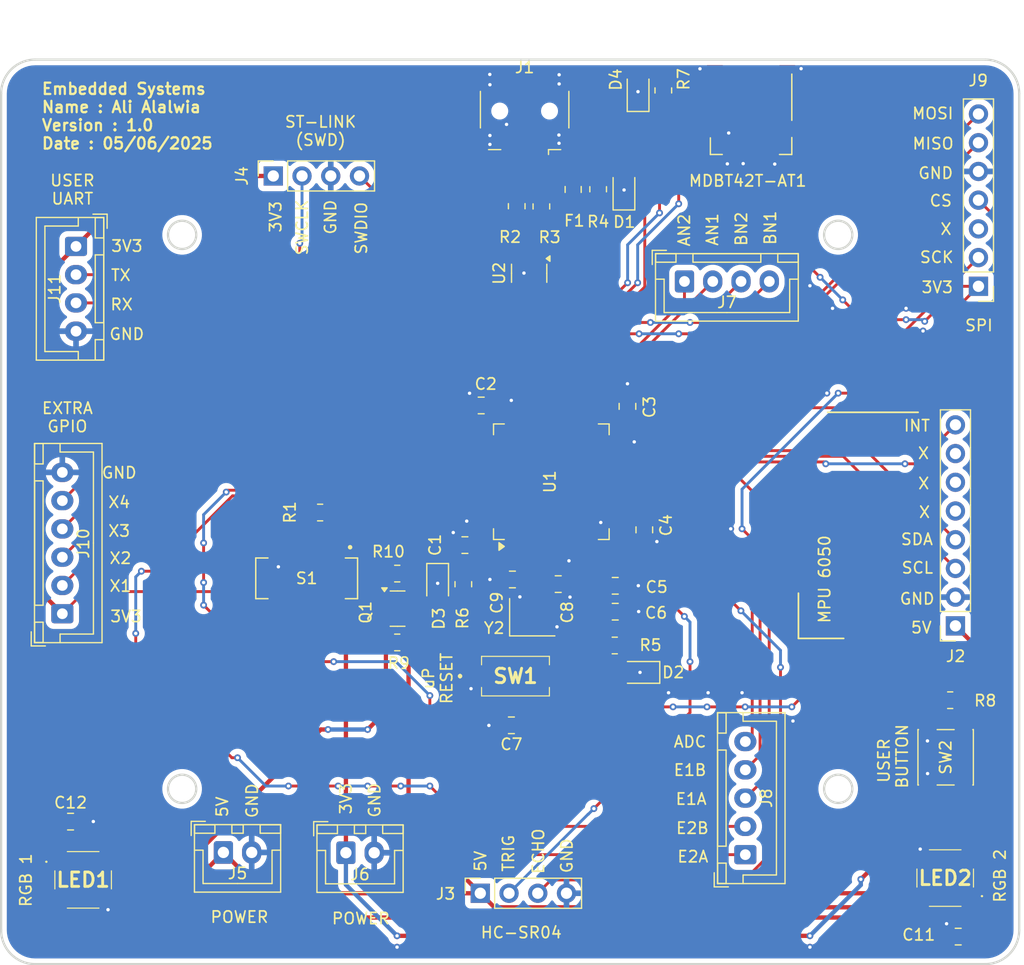
<source format=kicad_pcb>
(kicad_pcb (version 20241229) (generator "pcbnew") (generator_version "9.0")
  (layers (0 "F.Cu" signal) (2 "B.Cu" signal) (13 "F.Paste" user) (15 "B.Paste" user) (5 "F.SilkS" user "F.Silkscreen") (7 "B.SilkS" user "B.Silkscreen") (1 "F.Mask" user) (3 "B.Mask" user) (25 "Edge.Cuts" user))
  (net 0 "")
  (net 2 "/PS2_SCK")
  (net 3 "/PS2_MISO")
  (net 5 "/PS2_CS")
  (net 6 "/PS2_MOSI")
  (net 7 "Net-(U1-PA1)")
  (net 9 "/X4")
  (net 10 "/X3")
  (net 11 "/X1")
  (net 12 "/X2")
  (net 13 "/USER_TX")
  (net 16 "/USER_RX")
  (net 21 "/RESET")
  (net 28 "+3V3")
  (net 29 "GND")
  (net 33 "Net-(R1-Pad2)")
  (net 34 "/BOOT")
  (net 35 "/OSC_OUT")
  (net 36 "/OSC_IN")
  (net 37 "Net-(D1-A)")
  (net 39 "/D+")
  (net 40 "/D-")
  (net 41 "Net-(J1-VBUS)")
  (net 42 "/USB_CONN_D+")
  (net 43 "/USB_CONN_D-")
  (net 44 "Vusb")
  (net 45 "/USB_D+")
  (net 46 "/USB_D-")
  (net 47 "Net-(D2-A)")
  (net 48 "Net-(D3-A)")
  (net 49 "/USER_LED")
  (net 51 "+5V")
  (net 52 "/IMU_INT")
  (net 54 "/IMU_I2C_SCL")
  (net 56 "/IMU_I2C_SDA")
  (net 65 "Net-(D4-A)")
  (net 66 "/BL_WAKEUP")
  (net 67 "/BL_RX")
  (net 68 "/BL_TX")
  (net 69 "Net-(MDBT42T-AT1-INDICATOR)")
  (net 70 "/ULTRA_TRIG")
  (net 71 "/ULTRA_ECHO")
  (net 72 "/SWCLK")
  (net 73 "/SWDIO")
  (net 74 "/uBUTTON")
  (net 75 "/BN1")
  (net 76 "/AN1")
  (net 77 "/AN2")
  (net 78 "/BN2")
  (net 79 "/E2A")
  (net 80 "/E2B")
  (net 81 "/E1A")
  (net 82 "/E1B")
  (net 83 "/PWR_ADC")
  (net 84 "Net-(LED1-DOUT)")
  (net 85 "Net-(LED1-DIN)")
  (net 87 "/RGB_DIN")
  (footprint "Resistor_SMD:R_0805_2012Metric_Pad1.20x1.40mm_HandSolder" (layer "F.Cu") (at 137.68 42.715 -90)
    (property "Reference" "R2")
    (property "Value" "22")
  )
  (footprint "Package_QFP:LQFP-64_10x10mm_P0.5mm" (layer "F.Cu") (at 140.74 67.085 90)
    (property "Reference" "U1")
    (property "Value" "STM32F103RCTx")
  )
  (footprint "Resistor_SMD:R_0805_2012Metric_Pad1.20x1.40mm_HandSolder" (layer "F.Cu") (at 127.1175 81.3 180)
    (property "Reference" "R9")
    (property "Value" "10k")
  )
  (footprint "Resistor_SMD:R_0805_2012Metric_Pad1.20x1.40mm_HandSolder" (layer "F.Cu") (at 139.86 42.735 90)
    (property "Reference" "R3")
    (property "Value" "22")
  )
  (footprint "Capacitor_SMD:C_0805_2012Metric_Pad1.18x1.45mm_HandSolder" (layer "F.Cu") (at 98.2375 97.15)
    (property "Reference" "C12")
    (property "Value" "0.1uF")
  )
  (footprint "Connector_JST:JST_XH_B2B-XH-A_1x02_P2.50mm_Vertical" (layer "F.Cu") (at 122.58 99.9)
    (property "Reference" "J6")
    (property "Value" "CONN_3V3")
  )
  (footprint "Connector_PinHeader_2.54mm:PinHeader_1x07_P2.54mm_Vertical" (layer "F.Cu") (at 178.5 49.8 180)
    (property "Reference" "J9")
    (property "Value" "CONN_PS2")
  )
  (footprint "Connector_JST:JST_XH_B5B-XH-A_1x05_P2.50mm_Vertical" (layer "F.Cu") (at 157.89 100.07 90)
    (property "Reference" "J8")
    (property "Value" "CONN_HAL")
  )
  (footprint "Connector_PinSocket_2.54mm:PinSocket_1x08_P2.54mm_Vertical" (layer "F.Cu") (at 176.465 79.835 180)
    (property "Reference" "J2")
    (property "Value" "CONN_MPU6050")
  )
  (footprint "LED_SMD:LED_0805_2012Metric_Pad1.15x1.40mm_HandSolder" (layer "F.Cu") (at 148.41 32.475 90)
    (property "Reference" "D4")
    (property "Value" "BL_IND_LED")
  )
  (footprint "Package_TO_SOT_SMD:SOT-23" (layer "F.Cu") (at 127.1475 78.31)
    (property "Reference" "Q1")
    (property "Value" "BSS138")
  )
  (footprint "LED_SMD:LED_0805_2012Metric_Pad1.15x1.40mm_HandSolder" (layer "F.Cu") (at 130.69 76.18 -90)
    (property "Reference" "D3")
    (property "Value" "USER_LED")
  )
  (footprint "Resistor_SMD:R_0805_2012Metric_Pad1.20x1.40mm_HandSolder" (layer "F.Cu") (at 146.3475 81.57)
    (property "Reference" "R5")
    (property "Value" "10k")
  )
  (footprint "RGB_LED:INPI55TATPRPGPB" (layer "F.Cu") (at 99.35 102.3)
    (property "Reference" "LED1")
    (property "Value" "IN-PI55TATPRPGPB" (hide yes))
  )
  (footprint "Fuse:Fuse_0805_2012Metric_Pad1.15x1.40mm_HandSolder" (layer "F.Cu") (at 142.67 41.235 -90)
    (property "Reference" "F1")
    (property "Value" "PTCSMD")
  )
  (footprint "Capacitor_SMD:C_0805_2012Metric_Pad1.18x1.45mm_HandSolder" (layer "F.Cu") (at 137.3 75.73 180)
    (property "Reference" "C9")
    (property "Value" "22pF")
  )
  (footprint "Resistor_SMD:R_0805_2012Metric_Pad1.20x1.40mm_HandSolder" (layer "F.Cu") (at 127.1175 75.21 180)
    (property "Reference" "R10")
    (property "Value" "10k")
  )
  (footprint "Connector_PinSocket_2.54mm:PinSocket_1x04_P2.54mm_Vertical" (layer "F.Cu") (at 116.16 40.04 90)
    (property "Reference" "J4")
    (property "Value" "CONN_SWD")
  )
  (footprint "Resistor_SMD:R_0805_2012Metric_Pad1.20x1.40mm_HandSolder" (layer "F.Cu") (at 176 86.41)
    (property "Reference" "R8")
    (property "Value" "10k")
  )
  (footprint "Connector_JST:JST_XH_B4B-XH-A_1x04_P2.50mm_Vertical" (layer "F.Cu") (at 98.72 46.27 -90)
    (property "Reference" "J11")
    (property "Value" "CONN_UART")
  )
  (footprint "MDBT42T-AT:MDBT42T" (layer "F.Cu") (at 158.4 32.54)
    (property "Reference" "MDBT42T-AT1" (hide yes))
    (property "Value" "MDBT42T-AT" (hide yes))
  )
  (footprint "Capacitor_SMD:C_0805_2012Metric_Pad1.18x1.45mm_HandSolder" (layer "F.Cu") (at 134.54 60.34 180)
    (property "Reference" "C2")
    (property "Value" "0.1uF")
  )
  (footprint "Resistor_SMD:R_0805_2012Metric_Pad1.20x1.40mm_HandSolder" (layer "F.Cu") (at 132.96 76.15 -90)
    (property "Reference" "R6")
    (property "Value" "10k")
  )
  (footprint "Resistor_SMD:R_0805_2012Metric_Pad1.20x1.40mm_HandSolder" (layer "F.Cu") (at 150.64 32.475 90)
    (property "Reference" "R7")
    (property "Value" "10k")
  )
  (footprint "Capacitor_SMD:C_0805_2012Metric_Pad1.18x1.45mm_HandSolder" (layer "F.Cu") (at 148.96 71.34 -90)
    (property "Reference" "C4")
    (property "Value" "0.1uF")
  )
  (footprint "Package_TO_SOT_SMD:SOT-23-6" (layer "F.Cu") (at 138.78 48.6475 -90)
    (property "Reference" "U2")
    (property "Value" "USBLC6-2SC6")
  )
  (footprint "Capacitor_SMD:C_0805_2012Metric_Pad1.18x1.45mm_HandSolder" (layer "F.Cu") (at 146.39 76.29)
    (property "Reference" "C5")
    (property "Value" "0.1uF")
  )
  (footprint "Connector_PinSocket_2.54mm:PinSocket_1x04_P2.54mm_Vertical" (layer "F.Cu") (at 134.46 103.485 90)
    (property "Reference" "J3")
    (property "Value" "CONN_ULTRA")
  )
  (footprint "Connector_JST:JST_XH_B4B-XH-A_1x04_P2.50mm_Vertical" (layer "F.Cu") (at 152.51 49.37)
    (property "Reference" "J7")
    (property "Value" "CONN_DRIVE")
  )
  (footprint "Crystal:Crystal_SMD_Abracon_ABM8G-4Pin_3.2x2.5mm" (layer "F.Cu") (at 139.0525 79.07)
    (property "Reference" "Y2")
    (property "Value" "16MHz")
  )
  (footprint "SW_uP_Reset:SW_uP_Reset" (layer "F.Cu") (at 137.57 84.28)
    (property "Reference" "SW1")
    (property "Value" "SW_uP_Reset" (hide yes))
  )
  (footprint "Capacitor_SMD:C_0805_2012Metric_Pad1.18x1.45mm_HandSolder" (layer "F.Cu") (at 146.39 78.58)
    (property "Reference" "C6")
    (property "Value" "10uF")
  )
  (footprint "Connector_JST:JST_XH_B2B-XH-A_1x02_P2.50mm_Vertical" (layer "F.Cu") (at 111.75 99.875)
    (property "Reference" "J5")
    (property "Value" "CONN_5V")
  )
  (footprint "LED_SMD:LED_0805_2012Metric_Pad1.15x1.40mm_HandSolder" (layer "F.Cu") (at 148.4675 83.95 180)
    (property "Reference" "D2")
    (property "Value" "uP_PWR_LED")
  )
  (footprint "Capacitor_SMD:C_0805_2012Metric_Pad1.18x1.45mm_HandSolder" (layer "F.Cu") (at 133.1 72.69 180)
    (property "Reference" "C1")
    (property "Value" "0.1uF")
  )
  (footprint "RGB_LED:INPI55TATPRPGPB" (layer "F.Cu") (at 175.56 102.14 180)
    (property "Reference" "LED2")
    (property "Value" "IN-PI55TATPRPGPB" (hide yes))
  )
  (footprint "Capacitor_SMD:C_0805_2012Metric_Pad1.18x1.45mm_HandSolder" (layer "F.Cu") (at 141.35 76.14)
    (property "Reference" "C8")
    (property "Value" "22pF")
  )
  (footprint "Resistor_SMD:R_0805_2012Metric_Pad1.20x1.40mm_HandSolder" (layer "F.Cu") (at 120.3 69.81 180)
    (property "Reference" "R1")
    (property "Value" "10k")
  )
  (footprint "Connector_JST:JST_XH_B6B-XH-A_1x06_P2.50mm_Vertical" (layer "F.Cu") (at 97.51 78.76 90)
    (property "Reference" "J10")
    (property "Value" "CONN_TRACK")
  )
  (footprint "Capacitor_SMD:C_0805_2012Metric_Pad1.18x1.45mm_HandSolder" (layer "F.Cu") (at 147.47 60.42 90)
    (property "Reference" "C3")
    (property "Value" "0.1uF")
  )
  (footprint "Button_Switch_SMD:SW_SPST_PTS647_Sx50" (layer "F.Cu") (at 175.6 91.46 -90)
    (property "Reference" "SW2")
    (property "Value" "SW_USER")
  )
  (footprint "LED_SMD:LED_0805_2012Metric_Pad1.15x1.40mm_HandSolder" (layer "F.Cu") (at 147.16 41.185 90)
    (property "Reference" "D1")
    (property "Value" "USB_PWR_LED")
  )
  (footprint "SW_uP_Boot:SW_uP_Boot" (layer "F.Cu") (at 119.11 75.63 180)
    (property "Reference" "S1")
    (property "Value" "JS202011SCQN")
  )
  (footprint "Capacitor_SMD:C_0805_2012Metric_Pad1.18x1.45mm_HandSolder" (layer "F.Cu") (at 176.71 107.32 180)
    (property "Reference" "C11")
    (property "Value" "0.1uF")
  )
  (footprint "Connector_USB:USB_Mini-B_Lumberg_2486_01_Horizontal" (layer "F.Cu") (at 138.38 34.3 180)
    (property "Reference" "J1")
    (property "Value" "USB_B_Mini")
  )
  (footprint "Capacitor_SMD:C_0805_2012Metric_Pad1.18x1.45mm_HandSolder" (layer "F.Cu") (at 137.21 88.63 180)
    (property "Reference" "C7")
    (property "Value" "0.01uF")
  )
  (footprint "Resistor_SMD:R_0805_2012Metric_Pad1.20x1.40mm_HandSolder" (layer "F.Cu") (at 144.88 41.215 90)
    (property "Reference" "R4")
    (property "Value" "10k")
  )
  (gr_line (start 162.585 80.945) (end 166.585 80.945) (stroke (width 0.15)) (layer "F.SilkS"))
  (gr_line (start 162.585 80.945) (end 162.585 76.945) (stroke (width 0.15)) (layer "F.SilkS"))
  (gr_line (start 173.165 60.945) (end 165.165 60.945) (stroke (width 0.15)) (layer "F.SilkS"))
  (gr_arc (start 179.1 29.750001) (mid 181.22132 30.628681) (end 182.1 32.750001) (stroke (width 0.2)) (layer "Edge.Cuts"))
  (gr_arc (start 182.1 106.750001) (mid 181.22132 108.871321) (end 179.1 109.750001) (stroke (width 0.2)) (layer "Edge.Cuts"))
  (gr_line (start 179.1 29.750001) (end 95.100001 29.750001) (stroke (width 0.2)) (layer "Edge.Cuts"))
  (gr_circle (center 108.1 94.250001) (end 109.35 94.250001) (stroke (width 0.2)) (fill no) (layer "Edge.Cuts"))
  (gr_circle (center 108.1 45.250001) (end 109.35 45.250001) (stroke (width 0.2)) (fill no) (layer "Edge.Cuts"))
  (gr_line (start 179.1 109.750001) (end 95.100001 109.750001) (stroke (width 0.2)) (layer "Edge.Cuts"))
  (gr_arc (start 95.100001 109.750001) (mid 92.97868 108.871321) (end 92.1 106.75) (stroke (width 0.2)) (layer "Edge.Cuts"))
  (gr_arc (start 92.1 32.750002) (mid 92.97868 30.628681) (end 95.100001 29.750001) (stroke (width 0.2)) (layer "Edge.Cuts"))
  (gr_line (start 182.1 106.750001) (end 182.1 32.750001) (stroke (width 0.2)) (layer "Edge.Cuts"))
  (gr_circle (center 166.1 94.250001) (end 167.35 94.250001) (stroke (width 0.2)) (fill no) (layer "Edge.Cuts"))
  (gr_circle (center 166.1 45.250001) (end 167.35 45.250001) (stroke (width 0.2)) (fill no) (layer "Edge.Cuts"))
  (gr_line (start 92.1 106.75) (end 92.1 32.750002) (stroke (width 0.2)) (layer "Edge.Cuts"))
  (gr_text "5V" (at 111.65 95.84 90) (layer "F.SilkS") (effects (font (size 1 1))))
  (gr_text "X2" (at 102.65 73.85 0) (layer "F.SilkS") (effects (font (size 1 1))))
  (gr_text "ECHO" (at 139.6 99.77 90) (layer "F.SilkS") (effects (font (size 1 1))))
  (gr_text "E1B" (at 153 92.59 0) (layer "F.SilkS") (effects (font (size 1 1))))
  (gr_text "AN1" (at 154.98 44.77 90) (layer "F.SilkS") (effects (font (size 1 1))))
  (gr_text "X" (at 173.73 69.78 0) (layer "F.SilkS") (effects (font (size 1 1))))
  (gr_text "GND" (at 121.22 43.68 90) (layer "F.SilkS") (effects (font (size 1 1))))
  (gr_text "MOSI" (at 174.46 34.51 0) (layer "F.SilkS") (effects (font (size 1 1))))
  (gr_text "3V3" (at 103.22 46.24 0) (layer "F.SilkS") (effects (font (size 1 1))))
  (gr_text "E2A" (at 153.25 100.25 0) (layer "F.SilkS") (effects (font (size 1 1))))
  (gr_text "TX" (at 102.68 48.82 0) (layer "F.SilkS") (effects (font (size 1 1))))
  (gr_text "GND" (at 103.21 54.03 0) (layer "F.SilkS") (effects (font (size 1 1))))
  (gr_text "HC-SR04" (at 138.08 106.96 0) (layer "F.SilkS") (effects (font (size 1 1))))
  (gr_text "3V3" (at 116.37 43.65 90) (layer "F.SilkS") (effects (font (size 1 1))))
  (gr_text "E1A" (at 153.1 95.15 0) (layer "F.SilkS") (effects (font (size 1 1))))
  (gr_text "X" (at 175.63 44.74 0) (layer "F.SilkS") (effects (font (size 1 1))))
  (gr_text "RX" (at 102.75 51.41 0) (layer "F.SilkS") (effects (font (size 1 1))))
  (gr_text "X4" (at 102.54 68.9 0) (layer "F.SilkS") (effects (font (size 1 1))))
  (gr_text "SCL" (at 173.1 74.7 0) (layer "F.SilkS") (effects (font (size 1 1))))
  (gr_text "SDA" (at 173.06 72.18 0) (layer "F.SilkS") (effects (font (size 1 1))))
  (gr_text "POWER" (at 123.9 105.72 0) (layer "F.SilkS") (effects (font (size 1 1))))
  (gr_text "GND" (at 125.12 95.26 90) (layer "F.SilkS") (effects (font (size 1 1))))
  (gr_text "3V3" (at 174.86 49.89 0) (layer "F.SilkS") (effects (font (size 1 1))))
  (gr_text "GND" (at 114.29 95.3 90) (layer "F.SilkS") (effects (font (size 1 1))))
  (gr_text "3V3" (at 103.14 79 0) (layer "F.SilkS") (effects (font (size 1 1))))
  (gr_text "MPU 6050" (at 165.485 79.685 90) (layer "F.SilkS") (effects (font (size 1 1)) (justify left bottom)))
  (gr_text "ADC" (at 153 90.09 0) (layer "F.SilkS") (effects (font (size 1 1))))
  (gr_text "uP \nRESET " (at 130.68 84.1 90) (layer "F.SilkS") (effects (font (size 1 1))))
  (gr_text "RGB 1" (at 94.29 102.33 90) (layer "F.SilkS") (effects (font (size 1 1))))
  (gr_text "5V" (at 173.45 79.99 0) (layer "F.SilkS") (effects (font (size 1 1))))
  (gr_text "INT" (at 173.06 62.13 0) (layer "F.SilkS") (effects (font (size 1 1))))
  (gr_text "SWDIO" (at 123.94 44.66 90) (layer "F.SilkS") (effects (font (size 1 1))))
  (gr_text "GND" (at 173.08 77.44 0) (layer "F.SilkS") (effects (font (size 1 1))))
  (gr_text "3V3" (at 122.58 95.11 90) (layer "F.SilkS") (effects (font (size 1 1))))
  (gr_text "SCK" (at 174.81 47.23 0) (layer "F.SilkS") (effects (font (size 1 1))))
  (gr_text "USER\nUART" (at 98.4 41.25 0) (layer "F.SilkS") (effects (font (size 1 1))))
  (gr_text "TRIG" (at 136.95 99.95 90) (layer "F.SilkS") (effects (font (size 1 1))))
  (gr_text "EXTRA\nGPIO" (at 97.96 61.39 0) (layer "F.SilkS") (effects (font (size 1 1))))
  (gr_text "GND\n" (at 174.72 39.79 0) (layer "F.SilkS") (effects (font (size 1 1))))
  (gr_text "GND" (at 102.54 66.29 0) (layer "F.SilkS") (effects (font (size 1 1))))
  (gr_text "X3" (at 102.54 71.44 0) (layer "F.SilkS") (effects (font (size 1 1))))
  (gr_text "X1" (at 102.65 76.31 0) (layer "F.SilkS") (effects (font (size 1 1))))
  (gr_text "X" (at 173.66 67.24 0) (layer "F.SilkS") (effects (font (size 1 1))))
  (gr_text "CS" (at 175.17 42.23 0) (layer "F.SilkS") (effects (font (size 1 1))))
  (gr_text "USER \nBUTTON" (at 170.95 91.37 90) (layer "F.SilkS") (effects (font (size 1 1))))
  (gr_text "BN1" (at 160.1 44.63 90) (layer "F.SilkS") (effects (font (size 1 1))))
  (gr_text "MISO" (at 174.49 37.18 0) (layer "F.SilkS") (effects (font (size 1 1))))
  (gr_text "X" (at 173.64 64.57 0) (layer "F.SilkS") (effects (font (size 1 1))))
  (gr_text "SPI" (at 178.54 53.26 0) (layer "F.SilkS") (effects (font (size 1 1))))
  (gr_text "MDBT42T-AT1" (at 158.1 40.47 0) (layer "F.SilkS") (effects (font (size 1 1))))
  (gr_text "GND" (at 142.11 100.17 90) (layer "F.SilkS") (effects (font (size 1 1))))
  (gr_text "AN2" (at 152.49 44.83 90) (layer "F.SilkS") (effects (font (size 1 1))))
  (gr_text "SWCLK" (at 118.71 44.6 90) (layer "F.SilkS") (effects (font (size 1 1))))
  (gr_text "ST-LINK\n(SWD)" (at 120.34 36.06 0) (layer "F.SilkS") (effects (font (size 1 1))))
  (gr_text "5V" (at 134.48 100.64 90) (layer "F.SilkS") (effects (font (size 1 1))))
  (gr_text "POWER" (at 113.17 105.59 0) (layer "F.SilkS") (effects (font (size 1 1))))
  (gr_text "Embedded Systems\nName : Ali Alalwia\nVersion : 1.0\nDate : 05/06/2025" (at 95.6 37.750001 0) (layer "F.SilkS") (effects (font (size 1 1) (thickness 0.2) (bold yes)) (justify left bottom)))
  (gr_text "RGB 2" (at 180.4 101.94 90) (layer "F.SilkS") (effects (font (size 1 1))))
  (gr_text "E2B" (at 153.21 97.73 0) (layer "F.SilkS") (effects (font (size 1 1))))
  (gr_text "BN2" (at 157.54 44.72 90) (layer "F.SilkS") (effects (font (size 1 1))))
  (segment (start 178.5 47.26) (end 168.26 57.5) (width 0.254) (layer "F.Cu") (net 2))
  (segment (start 146.5 57.5) (end 143.99 60.01) (width 0.254) (layer "F.Cu") (net 2))
  (segment (start 168.26 57.5) (end 146.5 57.5) (width 0.254) (layer "F.Cu") (net 2))
  (segment (start 143.99 60.01) (end 143.99 61.41) (width 0.254) (layer "F.Cu") (net 2))
  (segment (start 158.555 57.045) (end 146.311532 57.045) (width 0.254) (layer "F.Cu") (net 3))
  (segment (start 178.5 37.1) (end 158.555 57.045) (width 0.254) (layer "F.Cu") (net 3))
  (segment (start 146.311532 57.045) (end 143.49 59.866532) (width 0.254) (layer "F.Cu") (net 3))
  (segment (start 143.49 59.866532) (end 143.49 61.41) (width 0.254) (layer "F.Cu") (net 3))
  (segment (start 180.6 51.750001) (end 171.808001 60.542) (width 0.254) (layer "F.Cu") (net 5))
  (segment (start 145.358 60.542) (end 144.49 61.41) (width 0.254) (layer "F.Cu") (net 5))
  (segment (start 178.5 42.18) (end 180.6 44.28) (width 0.254) (layer "F.Cu") (net 5))
  (segment (start 171.808001 60.542) (end 145.358 60.542) (width 0.254) (layer "F.Cu") (net 5))
  (segment (start 180.6 44.28) (end 180.6 51.750001) (width 0.254) (layer "F.Cu") (net 5))
  (segment (start 178.5 34.56) (end 175.978266 37.081734) (width 0.254) (layer "F.Cu") (net 6))
  (segment (start 142.99 59.723065) (end 142.99 61.41) (width 0.254) (layer "F.Cu") (net 6))
  (segment (start 146.123065 56.59) (end 142.99 59.723065) (width 0.254) (layer "F.Cu") (net 6))
  (segment (start 158.366532 56.59) (end 146.123065 56.59) (width 0.254) (layer "F.Cu") (net 6))
  (segment (start 175.978266 38.978266) (end 158.366532 56.59) (width 0.254) (layer "F.Cu") (net 6))
  (segment (start 175.978266 37.081734) (end 175.978266 38.978266) (width 0.254) (layer "F.Cu") (net 6))
  (segment (start 143.99 72.76) (end 144.49 72.76) (width 0.254) (layer "F.Cu") (net 7))
  (segment (start 100.935 65.335) (end 135.065 65.335) (width 0.254) (layer "F.Cu") (net 9))
  (segment (start 97.51 68.76) (end 100.935 65.335) (width 0.254) (layer "F.Cu") (net 9))
  (segment (start 135.065 65.835) (end 102.935 65.835) (width 0.254) (layer "F.Cu") (net 10))
  (segment (start 102.935 65.835) (end 97.51 71.26) (width 0.254) (layer "F.Cu") (net 10))
  (segment (start 135.065 66.835) (end 106.935 66.835) (width 0.254) (layer "F.Cu") (net 11))
  (segment (start 106.935 66.835) (end 97.51 76.26) (width 0.254) (layer "F.Cu") (net 11))
  (segment (start 135.065 66.335) (end 104.935 66.335) (width 0.254) (layer "F.Cu") (net 12))
  (segment (start 104.935 66.335) (end 97.51 73.76) (width 0.254) (layer "F.Cu") (net 12))
  (segment (start 118.652992 48.77) (end 98.72 48.77) (width 0.254) (layer "F.Cu") (net 13))
  (segment (start 134.217992 64.335) (end 118.652992 48.77) (width 0.254) (layer "F.Cu") (net 13))
  (segment (start 135.065 64.335) (end 134.217992 64.335) (width 0.254) (layer "F.Cu") (net 13))
  (segment (start 119.77 51.27) (end 133.335 64.835) (width 0.254) (layer "F.Cu") (net 16))
  (segment (start 133.335 64.835) (end 135.065 64.835) (width 0.254) (layer "F.Cu") (net 16))
  (segment (start 98.72 51.27) (end 119.77 51.27) (width 0.254) (layer "F.Cu") (net 16))
  (segment (start 139.99 72.76) (end 139.99 74.066532) (width 0.254) (layer "F.Cu") (net 21))
  (segment (start 138.2475 86.9525) (end 140.92 84.28) (width 0.381) (layer "F.Cu") (net 21))
  (segment (start 139.99 74.066532) (end 141.228 75.304532) (width 0.254) (layer "F.Cu") (net 21))
  (segment (start 141.868 79.659873) (end 141.868 83.332) (width 0.254) (layer "F.Cu") (net 21))
  (segment (start 138.2475 88.63) (end 138.2475 86.9525) (width 0.381) (layer "F.Cu") (net 21))
  (segment (start 141.868 83.332) (end 140.92 84.28) (width 0.254) (layer "F.Cu") (net 21))
  (segment (start 141.228 75.304532) (end 141.228 79.019873) (width 0.254) (layer "F.Cu") (net 21))
  (segment (start 141.228 79.019873) (end 141.868 79.659873) (width 0.254) (layer "F.Cu") (net 21))
  (segment (start 117.688 76.802) (end 99.468 76.802) (width 0.254) (layer "F.Cu") (net 28))
  (segment (start 147.295 63.335) (end 147.47 63.16) (width 0.254) (layer "F.Cu") (net 28))
  (segment (start 98.72 46.27) (end 94 50.99) (width 0.381) (layer "F.Cu") (net 28))
  (segment (start 122.58 99.9) (end 122.58 80.3275) (width 0.381) (layer "F.Cu") (net 28))
  (segment (start 133.78 71.21) (end 133.78 72.3325) (width 0.254) (layer "F.Cu") (net 28))
  (segment (start 159.8 44.3) (end 164.5 49) (width 0.254) (layer "F.Cu") (net 28))
  (segment (start 145.3525 78.58) (end 145.3525 76.29) (width 0.508) (layer "F.Cu") (net 28))
  (segment (start 175 95.350001) (end 175 86.41) (width 0.381) (layer "F.Cu") (net 28))
  (segment (start 163.6 77.250001) (end 165.840001 77.250001) (width 0.254) (layer "F.Cu") (net 28))
  (segment (start 94 75.25) (end 97.51 78.76) (width 0.381) (layer "F.Cu") (net 28))
  (segment (start 148.4925 69.835) (end 148.96 70.3025) (width 0.254) (layer "F.Cu") (net 28))
  (segment (start 147.47 63.16) (end 147.47 61.4575) (width 0.254) (layer "F.Cu") (net 28))
  (segment (start 99.468 76.802) (end 97.51 78.76) (width 0.254) (layer "F.Cu") (net 28))
  (segment (start 178.5 49.8) (end 169.049999 59.250001) (width 0.254) (layer "F.Cu") (net 28))
  (segment (start 142.99 72.76) (end 142.99 70.305) (width 0.254) (layer "F.Cu") (net 28))
  (segment (start 121.61 72.88) (end 123.7875 72.88) (width 0.254) (layer "F.Cu") (net 28))
  (segment (start 104.95 40.04) (end 98.72 46.27) (width 0.381) (layer "F.Cu") (net 28))
  (segment (start 148.893158 87) (end 145.3475 83.454342) (width 0.254) (layer "F.Cu") (net 28))
  (segment (start 94 50.99) (end 94 75.25) (width 0.381) (layer "F.Cu") (net 28))
  (segment (start 142.99 70.305) (end 142.52 69.835) (width 0.254) (layer "F.Cu") (net 28))
  (segment (start 122.58 80.3275) (end 126.1175 76.79) (width 0.381) (layer "F.Cu") (net 28))
  (segment (start 136.66 60.27) (end 135.6475 60.27) (width 0.254) (layer "F.Cu") (net 28))
  (segment (start 126.1175 75.21) (end 126.1175 77.2675) (width 0.254) (layer "F.Cu") (net 28))
  (segment (start 136.99 61.41) (end 136.99 60.6) (width 0.254) (layer "F.Cu") (net 28))
  (segment (start 173.748356 52.898357) (end 176.846713 49.8) (width 0.254) (layer "F.Cu") (net 28))
  (segment (start 176.846713 49.8) (end 178.5 49.8) (width 0.254) (layer "F.Cu") (net 28))
  (segment (start 144.93 69.385) (end 144.48 69.835) (width 0.254) (layer "F.Cu") (net 28))
  (segment (start 142.99 73.9275) (end 145.3525 76.29) (width 0.254) (layer "F.Cu") (net 28))
  (segment (start 145.155 63.335) (end 144.93 63.56) (width 0.254) (layer "F.Cu") (net 28))
  (segment (start 123.7875 72.88) (end 126.1175 75.21) (width 0.254) (layer "F.Cu") (net 28))
  (segment (start 136.99 60.6) (end 136.66 60.27) (width 0.254) (layer "F.Cu") (net 28))
  (segment (start 127.1 107.250001) (end 163.6 107.250001) (width 0.381) (layer "F.Cu") (net 28))
  (segment (start 144.48 69.835) (end 142.52 69.835) (width 0.254) (layer "F.Cu") (net 28))
  (segment (start 162.59 86.41) (end 162 87) (width 0.254) (layer "F.Cu") (net 28))
  (segment (start 144.93 63.56) (end 144.93 69.385) (width 0.254) (layer "F.Cu") (net 28))
  (segment (start 166.5 51) (end 168.250001 52.750001) (width 0.254) (layer "F.Cu") (net 28))
  (segment (start 169.049999 59.250001) (end 166.1 59.250001) (width 0.254) (layer "F.Cu") (net 28))
  (segment (start 137.615 69.835) (end 136.99 69.21) (width 0.254) (layer "F.Cu") (net 28))
  (segment (start 136.99 69.21) (end 136.99 61.41) (width 0.254) (layer "F.Cu") (net 28))
  (segment (start 157.6 71.250001) (end 163.6 77.250001) (width 0.254) (layer "F.Cu") (net 28))
  (segment (start 142.99 72.76) (end 142.99 73.9275) (width 0.254) (layer "F.Cu") (net 28))
  (segment (start 157.873 87) (end 158 87) (width 0.254) (layer "F.Cu") (net 28))
  (segment (start 168.250001 52.750001) (end 172.1 52.750001) (width 0.254) (layer "F.Cu") (net 28))
  (segment (start 145.3475 81.57) (end 145.3475 78.585) (width 0.508) (layer "F.Cu") (net 28))
  (segment (start 136.99 69.21) (end 136.99 70.45) (width 0.254) (layer "F.Cu") (net 28))
  (segment (start 168.1 102.250001) (end 175 95.350001) (width 0.381) (layer "F.Cu") (net 28))
  (segment (start 159.8 37.74) (end 159.8 44.3) (width 0.254) (layer "F.Cu") (net 28))
  (segment (start 151.5 87) (end 148.893158 87) (width 0.254) (layer "F.Cu") (net 28))
  (segment (start 145.3475 83.454342) (end 145.3475 81.57) (width 0.254) (layer "F.Cu") (net 28))
  (segment (start 134.155 70.835) (end 133.78 71.21) (width 0.254) (layer "F.Cu") (net 28))
  (segment (start 146.415 69.835) (end 148.4925 69.835) (width 0.254) (layer "F.Cu") (net 28))
  (segment (start 146.415 63.335) (end 147.295 63.335) (width 0.254) (layer "F.Cu") (net 28))
  (segment (start 175 86.41) (end 162.59 86.41) (width 0.254) (layer "F.Cu") (net 28))
  (segment (start 158 87) (end 154.5 87) (width 0.254) (layer "F.Cu") (net 28))
  (segment (start 121.61 72.88) (end 117.688 76.802) (width 0.254) (layer "F.Cu") (net 28))
  (segment (start 136.605 70.835) (end 135.065 70.835) (width 0.254) (layer "F.Cu") (net 28))
  (segment (start 165.840001 77.250001) (end 175 86.41) (width 0.254) (layer "F.Cu") (net 28))
  (segment (start 146.415 69.835) (end 144.48 69.835) (width 0.254) (layer "F.Cu") (net 28))
  (segment (start 135.065 70.835) (end 134.155 70.835) (width 0.254) (layer "F.Cu") (net 28))
  (segment (start 146.415 63.335) (end 145.155 63.335) (width 0.254) (layer "F.Cu") (net 28))
  (segment (start 126.1175 76.79) (end 126.1175 75.21) (width 0.381) (layer "F.Cu") (net 28))
  (segment (start 142.52 69.835) (end 137.615 69.835) (width 0.254) (layer "F.Cu") (net 28))
  (segment (start 116.16 40.04) (end 104.95 40.04) (width 0.381) (layer "F.Cu") (net 28))
  (segment (start 136.99 70.45) (end 136.605 70.835) (width 0.254) (layer "F.Cu") (net 28))
  (via (at 162 87) (size 0.6) (drill 0.3) (layers "F.Cu" "B.Cu") (net 28))
  (via (at 157.6 71.250001) (size 0.6) (drill 0.3) (layers "F.Cu" "B.Cu") (net 28))
  (via (at 166.5 51) (size 0.6) (drill 0.3) (layers "F.Cu" "B.Cu") (net 28))
  (via (at 173.748356 52.898357) (size 0.6) (drill 0.3) (layers "F.Cu" "B.Cu") (net 28))
  (via (at 157.873 87) (size 0.6) (drill 0.3) (layers "F.Cu" "B.Cu") (net 28))
  (via (at 163.6 107.250001) (size 0.6) (drill 0.3) (layers "F.Cu" "B.Cu") (net 28))
  (via (at 168.1 102.250001) (size 0.6) (drill 0.3) (layers "F.Cu" "B.Cu") (net 28))
  (via (at 172.1 52.750001) (size 0.6) (drill 0.3) (layers "F.Cu" "B.Cu") (net 28))
  (via (at 127.1 107.250001) (size 0.6) (drill 0.3) (layers "F.Cu" "B.Cu") (net 28))
  (via (at 164.5 49) (size 0.6) (drill 0.3) (layers "F.Cu" "B.Cu") (net 28))
  (via (at 166.1 59.250001) (size 0.6) (drill 0.3) (layers "F.Cu" "B.Cu") (net 28))
  (via (at 154.5 87) (size 0.6) (drill 0.3) (layers "F.Cu" "B.Cu") (net 28))
  (via (at 151.5 87) (size 0.6) (drill 0.3) (layers "F.Cu" "B.Cu") (net 28))
  (segment (start 164.5 49) (end 166.5 51) (width 0.254) (layer "B.Cu") (net 28))
  (segment (start 168.1 102.750001) (end 163.6 107.250001) (width 0.381) (layer "B.Cu") (net 28))
  (segment (start 172.1 52.750001) (end 173.6 52.750001) (width 0.254) (layer "B.Cu") (net 28))
  (segment (start 173.6 52.750001) (end 173.748356 52.898357) (width 0.254) (layer "B.Cu") (net 28))
  (segment (start 154.5 87) (end 151.5 87) (width 0.254) (layer "B.Cu") (net 28))
  (segment (start 162 87) (end 157.873 87) (width 0.254) (layer "B.Cu") (net 28))
  (segment (start 122.58 102.730001) (end 127.1 107.250001) (width 0.381) (layer "B.Cu") (net 28))
  (segment (start 166.1 59.250001) (end 157.6 67.750001) (width 0.254) (layer "B.Cu") (net 28))
  (segment (start 157.6 67.750001) (end 157.6 71.250001) (width 0.254) (layer "B.Cu") (net 28))
  (segment (start 122.58 99.9) (end 122.58 102.730001) (width 0.381) (layer "B.Cu") (net 28))
  (segment (start 168.1 102.250001) (end 168.1 102.750001) (width 0.381) (layer "B.Cu") (net 28))
  (segment (start 145.465 70.335) (end 145.11 70.69) (width 0.254) (layer "F.Cu") (net 29))
  (segment (start 137.96 77.27) (end 137.96 78.2125) (width 0.508) (layer "F.Cu") (net 29))
  (segment (start 148.43 76.28) (end 147.4375 76.28) (width 0.508) (layer "F.Cu") (net 29))
  (segment (start 173.36 99.59) (end 173.35 99.58) (width 0.508) (layer "F.Cu") (net 29))
  (segment (start 135.31 75.73) (end 136.2625 75.73) (width 0.508) (layer "F.Cu") (net 29))
  (segment (start 160.5 38.98) (end 160.49 38.99) (width 0.381) (layer "F.Cu") (net 29))
  (segment (start 175.6725 106.1875) (end 175.68 106.18) (width 0.508) (layer "F.Cu") (net 29))
  (segment (start 100.24 97.15) (end 100.25 97.14) (width 0.508) (layer "F.Cu") (net 29))
  (segment (start 135.065 70.335) (end 133.495 70.335) (width 0.254) (layer "F.Cu") (net 29))
  (segment (start 174 88.835) (end 174 90) (width 0.508) (layer "F.Cu") (net 29))
  (segment (start 160.5 37.74) (end 160.5 38.98) (width 0.381) (layer "F.Cu") (net 29))
  (segment (start 173.36 100.54) (end 173.36 99.59) (width 0.508) (layer "F.Cu") (net 29))
  (segment (start 141.24 79.92) (end 140.1525 79.92) (width 0.508) (layer "F.Cu") (net 29))
  (segment (start 136.1725 88.63) (end 135.23 88.63) (width 0.508) (layer "F.Cu") (net 29))
  (segment (start 138.78 48.17) (end 138.32 48.63) (width 0.254) (layer "F.Cu") (net 29))
  (segment (start 148.41 33.5) (end 148.41 32.595) (width 0.508) (layer "F.Cu") (net 29))
  (segment (start 138.78 47.51) (end 138.78 48.17) (width 0.254) (layer "F.Cu") (net 29))
  (segment (start 135.23 88.63) (end 135.22 88.64) (width 0.508) (layer "F.Cu") (net 29))
  (segment (start 137.49 61.41) (end 137.49 60.18) (width 0.254) (layer "F.Cu") (net 29))
  (segment (start 170.415 103.485) (end 173.36 100.54) (width 0.381) (layer "F.Cu") (net 29))
  (segment (start 133.495 70.335) (end 133.26 70.57) (width 0.254) (layer "F.Cu") (net 29))
  (segment (start 137.49 60.18) (end 137.2 59.89) (width 0.254) (layer "F.Cu") (net 29))
  (segment (start 132.07 71.58) (end 132.07 72.6825) (width 0.508) (layer "F.Cu") (net 29))
  (segment (start 146.415 63.835) (end 147.795 63.835) (width 0.254) (layer "F.Cu") (net 29))
  (segment (start 147.795 63.835) (end 148.07 63.56) (width 0.254) (layer "F.Cu") (net 29))
  (segment (start 133.64 85.39) (end 133.64 84.86) (width 0.508) (layer "F.Cu") (net 29))
  (segment (start 174 94.085) (end 174 92.9) (width 0.508) (layer "F.Cu") (net 29))
  (segment (start 136.78 37) (end 136.78 35.48) (width 0.381) (layer "F.Cu") (net 29))
  (segment (start 116.61 74.61) (end 116.61 72.88) (width 0.508) (layer "F.Cu") (net 29))
  (segment (start 155.2 36.24) (end 156.42 36.24) (width 0.381) (layer "F.Cu") (net 29))
  (segment (start 155.18 30.56) (end 153.88 30.56) (width 0.381) (layer "F.Cu") (net 29))
  (segment (start 174 90) (end 173.99 90.01) (width 0.508) (layer "F.Cu") (net 29))
  (segment (start 142.39 77.29) (end 142.39 76.1425) (width 0.508) (layer "F.Cu") (net 29))
  (segment (start 130.69 76.07) (end 130.69 75.155) (width 0.508) (layer "F.Cu") (net 29))
  (segment (start 156.3 37.74) (end 156.3 38.97) (width 0.381) (layer "F.Cu") (net 29))
  (segment (start 157.7 37.74) (end 157.7 38.95) (width 0.381) (layer "F.Cu") (net 29))
  (segment (start 147.47 58.42) (end 147.47 59.3825) (width 0.508) (layer "F.Cu") (net 29))
  (segment (start 142.49 72.76) (end 142.49 73.89) (width 0.254) (layer "F.Cu") (net 29))
  (segment (start 133.51 59.26) (end 133.51 60.3325) (width 0.508) (layer "F.Cu") (net 29))
  (segment (start 148.58 83.95) (end 149.4925 83.95) (width 0.508) (layer "F.Cu") (net 29))
  (segment (start 175.6725 107.32) (end 175.6725 106.1875) (width 0.508) (layer "F.Cu") (net 29))
  (segment (start 147.17 41.28) (end 147.17 42.2) (width 0.508) (layer "F.Cu") (net 29))
  (segment (start 133.64 84.86) (end 134.22 84.28) (width 0.508) (layer "F.Cu") (net 29))
  (segment (start 142.08 103.485) (end 170.415 103.485) (width 0.381) (layer "F.Cu") (net 29))
  (segment (start 101.55 103.9) (end 101.55 104.94) (width 0.508) (layer "F.Cu") (net 29))
  (segment (start 142.49 73.89) (end 142.3 74.08) (width 0.254) (layer "F.Cu") (net 29))
  (segment (start 146.415 70.335) (end 145.465 70.335) (width 0.254) (layer "F.Cu") (net 29))
  (segment (start 148.46 78.57) (end 147.4375 78.57) (width 0.508) (layer "F.Cu") (net 29))
  (segment (start 148.41 32.595) (end 148.4 32.585) (width 0.508) (layer "F.Cu") (net 29))
  (segment (start 161.6 30.54) (end 162.81 30.54) (width 0.381) (layer "F.Cu") (net 29))
  (segment (start 150.07 72.38) (end 148.9625 72.38) (width 0.508) (layer "F.Cu") (net 29))
  (segment (start 162.81 30.54) (end 162.82 30.55) (width 0.381) (layer "F.Cu") (net 29))
  (segment (start 99.275 97.15) (end 100.24 97.15) (width 0.508) (layer "F.Cu") (net 29))
  (via (at 135.3 31.06) (size 0.6) (drill 0.3) (layers "F.Cu" "B.Cu") (net 29))
  (via (at 135.31 31.97) (size 0.6) (drill 0.3) (layers "F.Cu" "B.Cu") (net 29))
  (via (at 138.32 48.63) (size 0.6) (drill 0.3) (layers "F.Cu" "B.Cu") (net 29))
  (via (at 101.55 104.94) (size 0.6) (drill 0.3) (layers "F.Cu" "B.Cu") (net 29))
  (via (at 136.78 35.48) (size 0.6) (drill 0.3) (layers "F.Cu" "B.Cu") (net 29))
  (via (at 127.1 108.250001) (size 0.6) (drill 0.3) (layers "F.Cu" "B.Cu") (net 29))
  (via (at 165.6 51.750001) (size 0.6) (drill 0.3) (layers "F.Cu" "B.Cu") (net 29))
  (via (at 137.2 59.89) (size 0.6) (drill 0.3) (layers "F.Cu" "B.Cu") (net 29))
  (via (at 135.31 36.46) (size 0.6) (drill 0.3) (layers "F.Cu" "B.Cu") (net 29))
  (via (at 100.25 97.14) (size 0.6) (drill 0.3) (layers "F.Cu" "B.Cu") (net 29))
  (via (at 148.43 76.28) (size 0.6) (drill 0.3) (layers "F.Cu" "B.Cu") (net 29))
  (via (at 133.26 70.57) (size 0.6) (drill 0.3) (layers "F.Cu" "B.Cu") (net 29))
  (via (at 160.49 38.99) (size 0.6) (drill 0.3) (layers "F.Cu" "B.Cu") (net 29))
  (via (at 165.1 59.250001) (size 0.6) (drill 0.3) (layers "F.Cu" "B.Cu") (net 29))
  (via (at 156.3 38.97) (size 0.6) (drill 0.3) (layers "F.Cu" "B.Cu") (net 29))
  (via (at 173.6 53.750001) (size 0.6) (drill 0.3) (layers "F.Cu" "B.Cu") (net 29))
  (via (at 163.6 49.750001) (size 0.6) (drill 0.3) (layers "F.Cu" "B.Cu") (net 29))
  (via (at 135.31 75.73) (size 0.6) (drill 0.3) (layers "F.Cu" "B.Cu") (net 29))
  (via (at 141.24 79.92) (size 0.6) (drill 0.3) (layers "F.Cu" "B.Cu") (net 29))
  (via (at 172.1 51.750001) (size 0.6) (drill 0.3) (layers "F.Cu" "B.Cu") (net 29))
  (via (at 116.61 74.61) (size 0.6) (drill 0.3) (layers "F.Cu" "B.Cu") (net 29))
  (via (at 162.82 30.55) (size 0.6) (drill 0.3) (layers "F.Cu" "B.Cu") (net 29))
  (via (at 150.07 72.38) (size 0.6) (drill 0.3) (layers "F.Cu" "B.Cu") (net 29))
  (via (at 174 92.9) (size 0.6) (drill 0.3) (layers "F.Cu" "B.Cu") (net 29))
  (via (at 132.07 71.58) (size 0.6) (drill 0.3) (layers "F.Cu" "B.Cu") (net 29))
  (via (at 133.64 85.39) (size 0.6) (drill 0.3) (layers "F.Cu" "B.Cu") (net 29))
  (via (at 141.41 36.42) (size 0.6) (drill 0.3) (layers "F.Cu" "B.Cu") (net 29))
  (via (at 145.11 70.69) (size 0.6) (drill 0.3) (layers "F.Cu" "B.Cu") (net 29))
  (via (at 173.35 99.58) (size 0.6) (drill 0.3) (layers "F.Cu" "B.Cu") (net 29))
  (via (at 156.6 71.250001) (size 0.6) (drill 0.3) (layers "F.Cu" "B.Cu") (net 29))
  (via (at 153.88 30.56) (size 0.6) (drill 0.3) (layers "F.Cu" "B.Cu") (net 29))
  (via (at 154.6 85.750001) (size 0.6) (drill 0.3) (layers "F.Cu" "B.Cu") (net 29))
  (via (at 148.58 83.95) (size 0.6) (drill 0.3) (layers "F.Cu" "B.Cu") (net 29))
  (via (at 135.22 88.64) (size 0.6) (drill 0.3) (layers "F.Cu" "B.Cu") (net 29))
  (via (at 141.42 37.15) (size 0.6) (drill 0.3) (layers "F.Cu" "B.Cu") (net 29))
  (via (at 162.1 88.250001) (size 0.6) (drill 0.3) (layers "F.Cu" "B.Cu") (net 29))
  (via (at 141.43 31.9) (size 0.6) (drill 0.3) (layers "F.Cu" "B.Cu") (net 29))
  (via (at 141.43 31.09) (size 0.6) (drill 0.3) (layers "F.Cu" "B.Cu") (net 29))
  (via (at 157.7 38.95) (size 0.6) (drill 0.3) (layers "F.Cu" "B.Cu") (net 29))
  (via (at 175.68 106.18) (size 0.6) (drill 0.3) (layers "F.Cu" "B.Cu") (net 29))
  (via (at 148.46 78.57) (size 0.6) (drill 0.3) (layers "F.Cu" "B.Cu") (net 29))
  (via (at 157.6 85.750001) (size 0.6) (drill 0.3) (layers "F.Cu" "B.Cu") (net 29))
  (via (at 137.96 77.27) (size 0.6) (drill 0.3) (layers "F.Cu" "B.Cu") (net 29))
  (via (at 148.07 63.56) (size 0.6) (drill 0.3) (layers "F.Cu" "B.Cu") (net 29))
  (via (at 148.4 32.585) (size 0.6) (drill 0.3) (layers "F.Cu" "B.Cu") (net 29))
  (via (at 156.42 36.24) (size 0.6) (drill 0.3) (layers "F.Cu" "B.Cu") (net 29))
  (via (at 130.69 76.07) (size 0.6) (drill 0.3) (layers "F.Cu" "B.Cu") (net 29))
  (via (at 133.51 59.26) (size 0.6) (drill 0.3) (layers "F.Cu" "B.Cu") (net 29))
  (via (at 142.39 77.29) (size 0.6) (drill 0.3) (layers "F.Cu" "B.Cu") (net 29))
  (via (at 163.6 108.250001) (size 0.6) (drill 0.3) (layers "F.Cu" "B.Cu") (net 29))
  (via (at 173.99 90.01) (size 0.6) (drill 0.3) (layers "F.Cu" "B.Cu") (net 29))
  (via (at 142.3 74.08) (size 0.6) (drill 0.3) (layers "F.Cu" "B.Cu") (net 29))
  (via (at 147.47 58.42) (size 0.6) (drill 0.3) (layers "F.Cu" "B.Cu") (net 29))
  (via (at 135.31 37.25) (size 0.6) (drill 0.3) (layers "F.Cu" "B.Cu") (net 29))
  (via (at 151.1 85.750001) (size 0.6) (drill 0.3) (layers "F.Cu" "B.Cu") (net 29))
  (via (at 147.17 41.28) (size 0.6) (drill 0.3) (layers "F.Cu" "B.Cu") (net 29))
  (segment (start 119.3 69.81) (end 119.3 72.69) (width 0.254) (layer "F.Cu") (net 33))
  (segment (start 135.065 68.835) (end 122.275 68.835) (width 0.254) (layer "F.Cu") (net 34))
  (segment (start 122.275 68.835) (end 121.3 69.81) (width 0.254) (layer "F.Cu") (net 34))
  (segment (start 140.3125 75.0325) (end 140.3125 76.14) (width 0.254) (layer "F.Cu") (net 35))
  (segment (start 139.49 74.21) (end 140.3125 75.0325) (width 0.254) (layer "F.Cu") (net 35))
  (segment (start 139.49 72.76) (end 139.49 74.21) (width 0.254) (layer "F.Cu") (net 35))
  (segment (start 140.3125 76.14) (end 140.3125 78.06) (width 0.254) (layer "F.Cu") (net 35))
  (segment (start 138.69 79.92) (end 139.03 79.58) (width 0.254) (layer "F.Cu") (net 36))
  (segment (start 137.9525 79.92) (end 138.69 79.92) (width 0.254) (layer "F.Cu") (net 36))
  (segment (start 138.99 73.83) (end 138.41 74.41) (width 0.254) (layer "F.Cu") (net 36))
  (segment (start 139.03 76.4225) (end 138.3375 75.73) (width 0.254) (layer "F.Cu") (net 36))
  (segment (start 138.41 74.41) (end 138.41 75.6575) (width 0.254) (layer "F.Cu") (net 36))
  (segment (start 139.03 79.58) (end 139.03 76.4225) (width 0.254) (layer "F.Cu") (net 36))
  (segment (start 138.99 72.76) (end 138.99 73.83) (width 0.254) (layer "F.Cu") (net 36))
  (segment (start 147.105 40.215) (end 144.88 40.215) (width 0.508) (layer "F.Cu") (net 37))
  (segment (start 138.555 38.675001) (end 138.555 40.095) (width 0.2) (layer "F.Cu") (net 39))
  (segment (start 138.38 38.500001) (end 138.555 38.675001) (width 0.2) (layer "F.Cu") (net 39))
  (segment (start 138.38 37) (end 138.38 38.500001) (width 0.2) (layer "F.Cu") (net 39))
  (segment (start 138.555 40.095) (end 137.68 40.97) (width 0.2) (layer "F.Cu") (net 39))
  (segment (start 137.68 40.97) (end 137.68 41.715) (width 0.2) (layer "F.Cu") (net 39))
  (segment (start 139.18 38.500001) (end 139.005 38.675001) (width 0.2) (layer "F.Cu") (net 40))
  (segment (start 139.005 40.095) (end 139.86 40.95) (width 0.2) (layer "F.Cu") (net 40))
  (segment (start 139.86 40.95) (end 139.86 41.735) (width 0.2) (layer "F.Cu") (net 40))
  (segment (start 139.18 37) (end 139.18 38.500001) (width 0.2) (layer "F.Cu") (net 40))
  (segment (start 139.005 38.675001) (end 139.005 40.095) (width 0.2) (layer "F.Cu") (net 40))
  (segment (start 139.98 37) (end 139.98 38.59) (width 0.381) (layer "F.Cu") (net 41))
  (segment (start 140.33 38.94) (end 142.3 38.94) (width 0.381) (layer "F.Cu") (net 41))
  (segment (start 142.3 38.94) (end 142.67 39.31) (width 0.381) (layer "F.Cu") (net 41))
  (segment (start 142.67 39.31) (end 142.67 40.21) (width 0.381) (layer "F.Cu") (net 41))
  (segment (start 139.98 38.59) (end 140.33 38.94) (width 0.381) (layer "F.Cu") (net 41))
  (segment (start 138.554999 45.998197) (end 137.83 46.723196) (width 0.2) (layer "F.Cu") (net 42))
  (segment (start 137.83 46.723196) (end 137.83 47.51) (width 0.2) (layer "F.Cu") (net 42))
  (segment (start 137.68 43.715) (end 138.554999 44.589999) (width 0.2) (layer "F.Cu") (net 42))
  (segment (start 138.554999 44.589999) (end 138.554999 45.998197) (width 0.2) (layer "F.Cu") (net 42))
  (segment (start 139.73 46.536802) (end 139.73 47.51) (width 0.2) (layer "F.Cu") (net 43))
  (segment (start 139.005001 45.811803) (end 139.73 46.536802) (width 0.2) (layer "F.Cu") (net 43))
  (segment (start 139.005001 44.589999) (end 139.005001 45.811803) (width 0.2) (layer "F.Cu") (net 43))
  (segment (start 139.86 43.735) (end 139.005001 44.589999) (width 0.2) (layer "F.Cu") (net 43))
  (segment (start 138.78 49.23) (end 139.34 48.67) (width 0.254) (layer "F.Cu") (net 44))
  (segment (start 139.34 48.67) (end 142.29 48.67) (width 0.254) (layer "F.Cu") (net 44))
  (segment (start 142.29 48.67) (end 142.67 48.29) (width 0.254) (layer "F.Cu") (net 44))
  (segment (start 138.78 49.785) (end 138.78 49.23) (width 0.254) (layer "F.Cu") (net 44))
  (segment (start 144.88 42.215) (end 142.715 42.215) (width 0.508) (layer "F.Cu") (net 44))
  (segment (start 142.67 48.29) (end 142.67 42.26) (width 0.254) (layer "F.Cu") (net 44))
  (segment (start 137.83 50.778751) (end 137.83 49.785) (width 0.2) (layer "F.Cu") (net 45))
  (segment (start 138.49 60.247499) (end 138.515 60.222499) (width 0.2) (layer "F.Cu") (net 45))
  (segment (start 138.49 61.41) (end 138.49 60.247499) (width 0.2) (layer "F.Cu") (net 45))
  (segment (start 137.83 50.778751) (end 138.515 51.46375) (width 0.2) (layer "F.Cu") (net 45))
  (segment (start 138.515 60.222499) (end 138.515 51.46375) (width 0.2) (layer "F.Cu") (net 45))
  (segment (start 138.965 51.543751) (end 139.73 50.778751) (width 0.2) (layer "F.Cu") (net 46))
  (segment (start 138.99 60.247499) (end 138.965 60.222499) (width 0.2) (layer "F.Cu") (net 46))
  (segment (start 139.73 50.778751) (end 139.73 49.785) (width 0.2) (layer "F.Cu") (net 46))
  (segment (start 138.965 60.222499) (end 138.965 51.543751) (width 0.2) (layer "F.Cu") (net 46))
  (segment (start 138.99 61.41) (end 138.99 60.247499) (width 0.2) (layer "F.Cu") (net 46))
  (segment (start 147.3475 81.57) (end 147.3475 83.855) (width 0.508) (layer "F.Cu") (net 47))
  (segment (start 132.96 77.15) (end 130.745 77.15) (width 0.254) (layer "F.Cu") (net 48))
  (segment (start 137.49 72.76) (end 137.49 73.607008) (width 0.254) (layer "F.Cu") (net 49))
  (segment (start 137.49 73.607008) (end 136.420008 74.677) (width 0.254) (layer "F.Cu") (net 49))
  (segment (start 133.433 74.677) (end 132.96 75.15) (width 0.254) (layer "F.Cu") (net 49))
  (segment (start 136.420008 74.677) (end 133.433 74.677) (width 0.254) (layer "F.Cu") (net 49))
  (segment (start 134.46 103.485) (end 135.7015 104.7265) (width 0.381) (layer "F.Cu") (net 51))
  (segment (start 135.7015 104.7265) (end 170.5905 104.7265) (width 0.381) (layer "F.Cu") (net 51))
  (segment (start 128.1175 81.3) (end 128.1175 97.1425) (width 0.381) (layer "F.Cu") (net 51))
  (segment (start 128.1175 97.1425) (end 134.46 103.485) (width 0.381) (layer "F.Cu") (net 51))
  (segment (start 97.15 100.7) (end 97.15 97.2) (width 0.381) (layer "F.Cu") (net 51))
  (segment (start 98.0415 101.5915) (end 110.0335 101.5915) (width 0.381) (layer "F.Cu") (net 51))
  (segment (start 178.6515 106.416) (end 177.7475 107.32) (width 0.381) (layer "F.Cu") (net 51))
  (segment (start 178.6515 82.0215) (end 178.6515 106.416) (width 0.381) (layer "F.Cu") (net 51))
  (segment (start 176.8685 102.8485) (end 177.76 103.74) (width 0.381) (layer "F.Cu") (net 51))
  (segment (start 170.5905 104.7265) (end 172.4685 102.8485) (width 0.381) (layer "F.Cu") (net 51))
  (segment (start 176.465 79.835) (end 178.6515 82.0215) (width 0.381) (layer "F.Cu") (net 51))
  (segment (start 115.36 103.485) (end 111.75 99.875) (width 0.381) (layer "F.Cu") (net 51))
  (segment (start 110.0335 101.5915) (end 111.75 99.875) (width 0.381) (layer "F.Cu") (net 51))
  (segment (start 97.15 100.7) (end 98.0415 101.5915) (width 0.381) (layer "F.Cu") (net 51))
  (segment (start 172.4685 102.8485) (end 176.8685 102.8485) (width 0.381) (layer "F.Cu") (net 51))
  (segment (start 134.46 103.485) (end 115.36 103.485) (width 0.381) (layer "F.Cu") (net 51))
  (segment (start 177.7475 107.32) (end 177.7475 103.7525) (width 0.381) (layer "F.Cu") (net 51))
  (segment (start 164.835 65.335) (end 146.415 65.335) (width 0.254) (layer "F.Cu") (net 52))
  (segment (start 173.02 65.5) (end 172 65.5) (width 0.254) (layer "F.Cu") (net 52))
  (segment (start 176.465 62.055) (end 173.02 65.5) (width 0.254) (layer "F.Cu") (net 52))
  (segment (start 165 65.5) (end 164.835 65.335) (width 0.254) (layer "F.Cu") (net 52))
  (via (at 165 65.5) (size 0.6) (drill 0.3) (layers "F.Cu" "B.Cu") (net 52))
  (via (at 172 65.5) (size 0.6) (drill 0.3) (layers "F.Cu" "B.Cu") (net 52))
  (segment (start 172 65.5) (end 165 65.5) (width 0.254) (layer "B.Cu") (net 52))
  (segment (start 176.465 74.755) (end 166.545 64.835) (width 0.254) (layer "F.Cu") (net 54))
  (segment (start 166.545 64.835) (end 146.415 64.835) (width 0.254) (layer "F.Cu") (net 54))
  (segment (start 168.585 64.335) (end 146.415 64.335) (width 0.254) (layer "F.Cu") (net 56))
  (segment (start 176.465 72.215) (end 168.585 64.335) (width 0.254) (layer "F.Cu") (net 56))
  (segment (start 148.41 31.45) (end 150.615 31.45) (width 0.254) (layer "F.Cu") (net 65))
  (segment (start 149 49.856533) (end 149 38) (width 0.254) (layer "F.Cu") (net 66))
  (segment (start 149 38) (end 152.86 34.14) (width 0.254) (layer "F.Cu") (net 66))
  (segment (start 140.49 58.366533) (end 149 49.856533) (width 0.254) (layer "F.Cu") (net 66))
  (segment (start 152.86 34.14) (end 155.2 34.14) (width 0.254) (layer "F.Cu") (net 66))
  (segment (start 140.49 61.41) (end 140.49 58.366533) (width 0.254) (layer "F.Cu") (net 66))
  (segment (start 148.373 49.48491) (end 139.99 57.86791) (width 0.254) (layer "F.Cu") (net 67))
  (segment (start 154.246 35.54) (end 152 37.786) (width 0.254) (layer "F.Cu") (net 67))
  (segment (start 139.99 57.86791) (end 139.99 61.41) (width 0.254) (layer "F.Cu") (net 67))
  (segment (start 155.2 35.54) (end 154.246 35.54) (width 0.254) (layer "F.Cu") (net 67))
  (segment (start 152 37.786) (end 152 42.5) (width 0.254) (layer "F.Cu") (net 67))
  (via (at 148.373 49.48491) (size 0.6) (drill 0.3) (layers "F.Cu" "B.Cu") (net 67))
  (via (at 152 42.5) (size 0.6) (drill 0.3) (layers "F.Cu" "B.Cu") (net 67))
  (segment (start 152 42.5) (end 148.373 46.127) (width 0.254) (layer "B.Cu") (net 67))
  (segment (start 148.373 46.127) (end 148.373 49.48491) (width 0.254) (layer "B.Cu") (net 67))
  (segment (start 154.246 34.84) (end 150.306644 38.779356) (width 0.254) (layer "F.Cu") (net 68))
  (segment (start 155.2 34.84) (end 154.246 34.84) (width 0.254) (layer "F.Cu") (net 68))
  (segment (start 150.306644 38.779356) (end 150.306644 43.306644) (width 0.254) (layer "F.Cu") (net 68))
  (segment (start 147.485599 49.485599) (end 139.49 57.481198) (width 0.254) (layer "F.Cu") (net 68))
  (segment (start 139.49 57.481198) (end 139.49 61.41) (width 0.254) (layer "F.Cu") (net 68))
  (via (at 147.485599 49.485599) (size 0.6) (drill 0.3) (layers "F.Cu" "B.Cu") (net 68))
  (via (at 150.306644 43.306644) (size 0.6) (drill 0.3) (layers "F.Cu" "B.Cu") (net 68))
  (segment (start 150.306644 43.306644) (end 147.485599 46.127689) (width 0.254) (layer "B.Cu") (net 68))
  (segment (start 147.485599 46.127689) (end 147.485599 49.485599) (width 0.254) (layer "B.Cu") (net 68))
  (segment (start 155.2 33.44) (end 150.675 33.44) (width 0.254) (layer "F.Cu") (net 69))
  (segment (start 145.119992 75.237) (end 148.737 75.237) (width 0.254) (layer "F.Cu") (net 70))
  (segment (start 153 83) (end 153 87.5) (width 0.254) (layer "F.Cu") (net 70))
  (segment (start 153 87.5) (end 144.5 96) (width 0.254) (layer "F.Cu") (net 70))
  (segment (start 143.49 73.607008) (end 145.119992 75.237) (width 0.254) (layer "F.Cu") (net 70))
  (segment (start 148.737 75.237) (end 152.5 79) (width 0.254) (layer "F.Cu") (net 70))
  (segment (start 143.49 72.76) (end 143.49 73.607008) (width 0.254) (layer "F.Cu") (net 70))
  (via (at 152.5 79) (size 0.6) (drill 0.3) (layers "F.Cu" "B.Cu") (net 70))
  (via (at 153 83) (size 0.6) (drill 0.3) (layers "F.Cu" "B.Cu") (net 70))
  (via (at 144.5 96) (size 0.6) (drill 0.3) (layers "F.Cu" "B.Cu") (net 70))
  (segment (start 143.985 96.5) (end 137 103.485) (width 0.254) (layer "B.Cu") (net 70))
  (segment (start 153 79.5) (end 153 83) (width 0.254) (layer "B.Cu") (net 70))
  (segment (start 152.5 79) (end 153 79.5) (width 0.254) (layer "B.Cu") (net 70))
  (segment (start 144.5 96) (end 144 96.5) (width 0.254) (layer "B.Cu") (net 70))
  (segment (start 144 96.5) (end 143.985 96.5) (width 0.254) (layer "B.Cu") (net 70))
  (segment (start 140.718 102.307) (end 157.802342 102.307) (width 0.254) (layer "F.Cu") (net 71))
  (segment (start 139.54 103.485) (end 140.718 102.307) (width 0.254) (layer "F.Cu") (net 71))
  (segment (start 157.5 78.5) (end 150.218 71.218) (width 0.254) (layer "F.Cu") (net 71))
  (segment (start 150.218 71.218) (end 146.798 71.218) (width 0.254) (layer "F.Cu") (net 71))
  (segment (start 161 99.109342) (end 161 83.5) (width 0.254) (layer "F.Cu") (net 71))
  (segment (start 146.798 71.218) (end 146.415 70.835) (width 0.254) (layer "F.Cu") (net 71))
  (segment (start 157.802342 102.307) (end 161 99.109342) (width 0.254) (layer "F.Cu") (net 71))
  (via (at 161 83.5) (size 0.6) (drill 0.3) (layers "F.Cu" "B.Cu") (net 71))
  (via (at 157.5 78.5) (size 0.6) (drill 0.3) (layers "F.Cu" "B.Cu") (net 71))
  (segment (start 161 82) (end 157.5 78.5) (width 0.254) (layer "B.Cu") (net 71))
  (segment (start 161 83.5) (end 161 82) (width 0.254) (layer "B.Cu") (net 71))
  (segment (start 134.290001 63.335) (end 118.5 47.544999) (width 0.254) (layer "F.Cu") (net 72))
  (segment (start 135.065 63.335) (end 134.290001 63.335) (width 0.254) (layer "F.Cu") (net 72))
  (segment (start 118.5 47.544999) (end 118.5 46) (width 0.254) (layer "F.Cu") (net 72))
  (via (at 118.5 46) (size 0.6) (drill 0.3) (layers "F.Cu" "B.Cu") (net 72))
  (segment (start 118.7 45.8) (end 118.7 40.04) (width 0.254) (layer "B.Cu") (net 72))
  (segment (start 118.5 46) (end 118.7 45.8) (width 0.254) (layer "B.Cu") (net 72))
  (segment (start 137.99 54.25) (end 123.78 40.04) (width 0.254) (layer "F.Cu") (net 73))
  (segment (start 137.99 61.41) (end 137.99 54.25) (width 0.254) (layer "F.Cu") (net 73))
  (segment (start 177 86.41) (end 156.925 66.335) (width 0.254) (layer "F.Cu") (net 74))
  (segment (start 156.925 66.335) (end 146.415 66.335) (width 0.254) (layer "F.Cu") (net 74))
  (segment (start 177 86.41) (end 177 88.635) (width 0.254) (layer "F.Cu") (net 74))
  (segment (start 177.2 88.835) (end 177.2 94.085) (width 0.254) (layer "F.Cu") (net 74))
  (segment (start 160.01 49.37) (end 155.38 54) (width 0.254) (layer "F.Cu") (net 75))
  (segment (start 141.49 58.866533) (end 141.49 61.41) (width 0.254) (layer "F.Cu") (net 75))
  (segment (start 148.5 54) (end 146.356532 54) (width 0.254) (layer "F.Cu") (net 75))
  (segment (start 146.356532 54) (end 141.49 58.866533) (width 0.254) (layer "F.Cu") (net 75))
  (segment (start 155.38 54) (end 152 54) (width 0.254) (layer "F.Cu") (net 75))
  (via (at 148.5 54) (size 0.6) (drill 0.3) (layers "F.Cu" "B.Cu") (net 75))
  (via (at 152 54) (size 0.6) (drill 0.3) (layers "F.Cu" "B.Cu") (net 75))
  (segment (start 152 54) (end 148.5 54) (width 0.254) (layer "B.Cu") (net 75))
  (segment (start 142.49 59.579597) (end 142.49 61.41) (width 0.254) (layer "F.Cu") (net 76))
  (segment (start 145.934597 56.135) (end 142.49 59.579597) (width 0.254) (layer "F.Cu") (net 76))
  (segment (start 155.01 49.37) (end 148.245 56.135) (width 0.254) (layer "F.Cu") (net 76))
  (segment (start 148.245 56.135) (end 145.934597 56.135) (width 0.254) (layer "F.Cu") (net 76))
  (segment (start 152.51 49.37) (end 152.51 50.99) (width 0.254) (layer "F.Cu") (net 77))
  (segment (start 145.92613 55.5) (end 142 59.42613) (width 0.254) (layer "F.Cu") (net 77))
  (segment (start 141.99 59.51) (end 141.99 61.41) (width 0.254) (layer "F.Cu") (net 77))
  (segment (start 142 59.42613) (end 142 59.5) (width 0.254) (layer "F.Cu") (net 77))
  (segment (start 148 55.5) (end 145.92613 55.5) (width 0.254) (layer "F.Cu") (net 77))
  (segment (start 152.51 50.99) (end 148 55.5) (width 0.254) (layer "F.Cu") (net 77))
  (segment (start 142 59.5) (end 141.99 59.51) (width 0.254) (layer "F.Cu") (net 77))
  (segment (start 146.5 53) (end 140.99 58.51) (width 0.254) (layer "F.Cu") (net 78))
  (segment (start 140.99 58.51) (end 140.99 61.41) (width 0.254) (layer "F.Cu") (net 78))
  (segment (start 157.51 49.37) (end 153.88 53) (width 0.254) (layer "F.Cu") (net 78))
  (segment (start 149.5 53) (end 146.5 53) (width 0.254) (layer "F.Cu") (net 78))
  (segment (start 153.88 53) (end 153 53) (width 0.254) (layer "F.Cu") (net 78))
  (via (at 149.5 53) (size 0.6) (drill 0.3) (layers "F.Cu" "B.Cu") (net 78))
  (via (at 153 53) (size 0.6) (drill 0.3) (layers "F.Cu" "B.Cu") (net 78))
  (segment (start 153 53) (end 149.5 53) (width 0.254) (layer "B.Cu") (net 78))
  (segment (start 157.89 100.07) (end 136.07 100.07) (width 0.254) (layer "F.Cu") (net 79))
  (segment (start 113 91.5) (end 112.5 91.5) (width 0.254) (layer "F.Cu") (net 79))
  (segment (start 136.07 100.07) (end 130 94) (width 0.254) (layer "F.Cu") (net 79))
  (segment (start 112.553127 68.335) (end 135.065 68.335) (width 0.254) (layer "F.Cu") (net 79))
  (segment (start 112.5 91.5) (end 104 83) (width 0.254) (layer "F.Cu") (net 79))
  (segment (start 121.8895 94) (end 117.5 94) (width 0.254) (layer "F.Cu") (net 79))
  (segment (start 127.427 94) (end 124.5 94) (width 0.254) (layer "F.Cu") (net 79))
  (segment (start 104 83) (end 104 80.5) (width 0.254) (layer "F.Cu") (net 79))
  (segment (start 105.888127 75) (end 112.553127 68.335) (width 0.254) (layer "F.Cu") (net 79))
  (segment (start 104.5 75) (end 105.888127 75) (width 0.254) (layer "F.Cu") (net 79))
  (via (at 124.5 94) (size 0.6) (drill 0.3) (layers "F.Cu" "B.Cu") (net 79))
  (via (at 127.427 94) (size 0.6) (drill 0.3) (layers "F.Cu" "B.Cu") (net 79))
  (via (at 104 80.5) (size 0.6) (drill 0.3) (layers "F.Cu" "B.Cu") (net 79))
  (via (at 130 94) (size 0.6) (drill 0.3) (layers "F.Cu" "B.Cu") (net 79))
  (via (at 104.5 75) (size 0.6) (drill 0.3) (layers "F.Cu" "B.Cu") (net 79))
  (via (at 117.5 94) (size 0.6) (drill 0.3) (layers "F.Cu" "B.Cu") (net 79))
  (via (at 113 91.5) (size 0.6) (drill 0.3) (layers "F.Cu" "B.Cu") (net 79))
  (via (at 121.8895 94) (size 0.6) (drill 0.3) (layers "F.Cu" "B.Cu") (net 79))
  (segment (start 117.5 94) (end 115.5 94) (width 0.254) (layer "B.Cu") (net 79))
  (segment (start 104 75.5) (end 104.5 75) (width 0.254) (layer "B.Cu") (net 79))
  (segment (start 104 80.5) (end 104 75.5) (width 0.254) (layer "B.Cu") (net 79))
  (segment (start 130 94) (end 127.427 94) (width 0.254) (layer "B.Cu") (net 79))
  (segment (start 124.5 94) (end 121.8895 94) (width 0.254) (layer "B.Cu") (net 79))
  (segment (start 115.5 94) (end 113 91.5) (width 0.254) (layer "B.Cu") (net 79))
  (segment (start 115 83) (end 110 78) (width 0.254) (layer "F.Cu") (net 80))
  (segment (start 157.89 97.57) (end 139.57 97.57) (width 0.254) (layer "F.Cu") (net 80))
  (segment (start 130 88) (end 130 86) (width 0.254) (layer "F.Cu") (net 80))
  (segment (start 112.165 67.835) (end 135.065 67.835) (width 0.254) (layer "F.Cu") (net 80))
  (segment (start 112 68) (end 112.165 67.835) (width 0.254) (layer "F.Cu") (net 80))
  (segment (start 110 76) (end 110 72.5) (width 0.254) (layer "F.Cu") (net 80))
  (segment (start 139.57 97.57) (end 130 88) (width 0.254) (layer "F.Cu") (net 80))
  (segment (start 121.5 83) (end 115 83) (width 0.254) (layer "F.Cu") (net 80))
  (via (at 110 78) (size 0.6) (drill 0.3) (layers "F.Cu" "B.Cu") (net 80))
  (via (at 112 68) (size 0.6) (drill 0.3) (layers "F.Cu" "B.Cu") (net 80))
  (via (at 110 76) (size 0.6) (drill 0.3) (layers "F.Cu" "B.Cu") (net 80))
  (via (at 110 72.5) (size 0.6) (drill 0.3) (layers "F.Cu" "B.Cu") (net 80))
  (via (at 130 86) (size 0.6) (drill 0.3) (layers "F.Cu" "B.Cu") (net 80))
  (via (at 121.5 83) (size 0.6) (drill 0.3) (layers "F.Cu" "B.Cu") (net 80))
  (segment (start 110 70) (end 112 68) (width 0.254) (layer "B.Cu") (net 80))
  (segment (start 110 72.5) (end 110 70) (width 0.254) (layer "B.Cu") (net 80))
  (segment (start 130 86) (end 127 83) (width 0.254) (layer "B.Cu") (net 80))
  (segment (start 110 78) (end 110 76) (width 0.254) (layer "B.Cu") (net 80))
  (segment (start 127 83) (end 121.5 83) (width 0.254) (layer "B.Cu") (net 80))
  (segment (start 149.416276 67.835) (end 146.415 67.835) (width 0.254) (layer "F.Cu") (net 81))
  (segment (start 157.89 95.07) (end 160 92.96) (width 0.254) (layer "F.Cu") (net 81))
  (segment (start 160 78.418724) (end 149.416276 67.835) (width 0.254) (layer "F.Cu") (net 81))
  (segment (start 160 92.96) (end 160 78.418724) (width 0.254) (layer "F.Cu") (net 81))
  (segment (start 159.193 78.255191) (end 149.272809 68.335) (width 0.254) (layer "F.Cu") (net 82))
  (segment (start 149.272809 68.335) (end 146.415 68.335) (width 0.254) (layer "F.Cu") (net 82))
  (segment (start 157.89 92.57) (end 159.193 91.267) (width 0.254) (layer "F.Cu") (net 82))
  (segment (start 159.193 91.267) (end 159.193 78.255191) (width 0.254) (layer "F.Cu") (net 82))
  (segment (start 158.5 89.46) (end 158.5 78.205658) (width 0.254) (layer "F.Cu") (net 83))
  (segment (start 149.629342 69.335) (end 146.415 69.335) (width 0.254) (layer "F.Cu") (net 83))
  (segment (start 157.89 90.07) (end 158.5 89.46) (width 0.254) (layer "F.Cu") (net 83))
  (segment (start 158.5 78.205658) (end 149.629342 69.335) (width 0.254) (layer "F.Cu") (net 83))
  (segment (start 98.8815 105.6315) (end 171.4685 105.6315) (width 0.381) (layer "F.Cu") (net 84))
  (segment (start 97.15 103.9) (end 98.8815 105.6315) (width 0.381) (layer "F.Cu") (net 84))
  (segment (start 171.4685 105.6315) (end 173.36 103.74) (width 0.381) (layer "F.Cu") (net 84))
  (segment (start 126.21 79.26) (end 126.21 81.2075) (width 0.381) (layer "F.Cu") (net 85))
  (segment (start 126.1175 81.3) (end 126.1175 87.3825) (width 0.381) (layer "F.Cu") (net 85))
  (segment (start 120.360856 89) (end 108.660856 100.7) (width 0.381) (layer "F.Cu") (net 85))
  (segment (start 126.1175 87.3825) (end 124.5 89) (width 0.381) (layer "F.Cu") (net 85))
  (segment (start 121 89) (end 120.360856 89) (width 0.381) (layer "F.Cu") (net 85))
  (segment (start 108.660856 100.7) (end 101.55 100.7) (width 0.381) (layer "F.Cu") (net 85))
  (via (at 124.5 89) (size 0.6) (drill 0.3) (layers "F.Cu" "B.Cu") (net 85))
  (via (at 121 89) (size 0.6) (drill 0.3) (layers "F.Cu" "B.Cu") (net 85))
  (segment (start 124.5 89) (end 121 89) (width 0.381) (layer "B.Cu") (net 85))
  (segment (start 128.085 75.65) (end 128.085 78.31) (width 0.254) (layer "F.Cu") (net 87))
  (segment (start 135.065 69.835) (end 132.665 69.835) (width 0.254) (layer "F.Cu") (net 87))
  (segment (start 132.665 69.835) (end 128.1175 74.3825) (width 0.254) (layer "F.Cu") (net 87))
  (segment (start 128.1175 74.3825) (end 128.1175 75.21) (width 0.254) (layer "F.Cu") (net 87))
  (zone (net 29) (net_name "GND") (layer "F.Cu") (priority 1) (connect_pads yes (clearance 0.5)) (min_thickness 0.25) (fill yes (thermal_gap 0.5) (thermal_bridge_width 0.5))
    (polygon (pts (xy 140.99 35.94) (xy 140.99 37.84) (xy 142 37.84) (xy 141.98 35.99) (xy 141.98 35.94)))
  )
  (zone (net 29) (net_name "GND") (layer "F.Cu") (priority 1) (connect_pads yes (clearance 0.5)) (min_thickness 0.25) (fill yes (thermal_gap 0.5) (thermal_bridge_width 0.5))
    (polygon (pts (xy 141.08 30.53) (xy 141.08 32.43) (xy 142.09 32.43) (xy 142.07 30.58) (xy 142.07 30.53)))
  )
  (zone (net 29) (net_name "GND") (layer "F.Cu") (priority 1) (connect_pads yes (clearance 0.5)) (min_thickness 0.25) (fill yes (thermal_gap 0.5) (thermal_bridge_width 0.5))
    (polygon (pts (xy 134.77 35.94) (xy 134.77 37.84) (xy 135.78 37.84) (xy 135.76 35.99) (xy 135.76 35.94)))
  )
  (zone (net 29) (net_name "GND") (layer "F.Cu") (priority 1) (connect_pads yes (clearance 0.5)) (min_thickness 0.25) (fill yes (thermal_gap 0.5) (thermal_bridge_width 0.5))
    (polygon (pts (xy 134.72 30.54) (xy 134.72 32.44) (xy 135.73 32.44) (xy 135.71 30.59) (xy 135.71 30.54)))
  )
  (zone (net 29) (net_name "GND") (layer "B.Cu") (connect_pads (clearance 0.5)) (min_thickness 0.25) (fill yes (thermal_gap 0.5) (thermal_bridge_width 0.5))
    (polygon (pts (xy 92.1 29.750001) (xy 182.1 29.750001) (xy 182.1 109.750001) (xy 92.1 109.750001)))
  )
)
</source>
